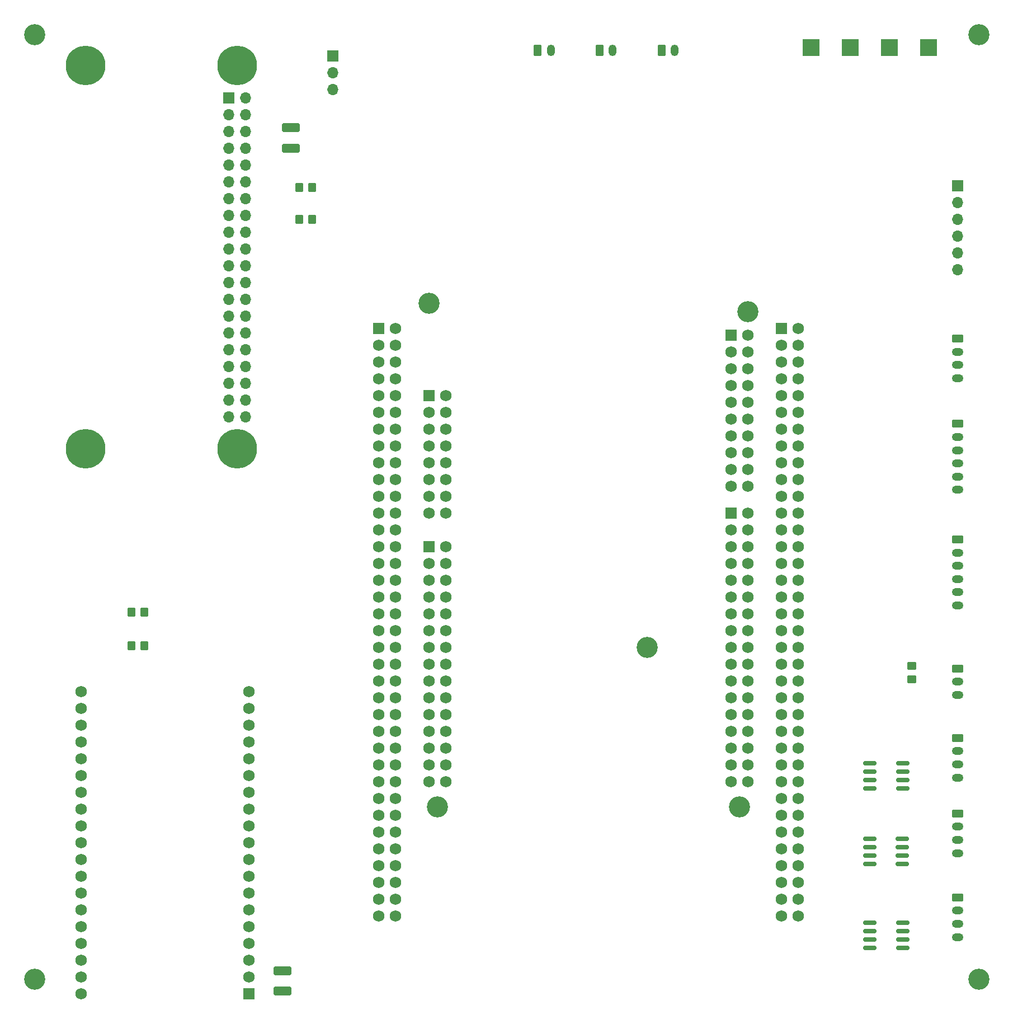
<source format=gts>
G04 #@! TF.GenerationSoftware,KiCad,Pcbnew,7.0.10*
G04 #@! TF.CreationDate,2024-03-01T12:45:03+01:00*
G04 #@! TF.ProjectId,zapdos,7a617064-6f73-42e6-9b69-6361645f7063,rev?*
G04 #@! TF.SameCoordinates,Original*
G04 #@! TF.FileFunction,Soldermask,Top*
G04 #@! TF.FilePolarity,Negative*
%FSLAX46Y46*%
G04 Gerber Fmt 4.6, Leading zero omitted, Abs format (unit mm)*
G04 Created by KiCad (PCBNEW 7.0.10) date 2024-03-01 12:45:03*
%MOMM*%
%LPD*%
G01*
G04 APERTURE LIST*
G04 Aperture macros list*
%AMRoundRect*
0 Rectangle with rounded corners*
0 $1 Rounding radius*
0 $2 $3 $4 $5 $6 $7 $8 $9 X,Y pos of 4 corners*
0 Add a 4 corners polygon primitive as box body*
4,1,4,$2,$3,$4,$5,$6,$7,$8,$9,$2,$3,0*
0 Add four circle primitives for the rounded corners*
1,1,$1+$1,$2,$3*
1,1,$1+$1,$4,$5*
1,1,$1+$1,$6,$7*
1,1,$1+$1,$8,$9*
0 Add four rect primitives between the rounded corners*
20,1,$1+$1,$2,$3,$4,$5,0*
20,1,$1+$1,$4,$5,$6,$7,0*
20,1,$1+$1,$6,$7,$8,$9,0*
20,1,$1+$1,$8,$9,$2,$3,0*%
G04 Aperture macros list end*
%ADD10RoundRect,0.250000X-0.625000X0.350000X-0.625000X-0.350000X0.625000X-0.350000X0.625000X0.350000X0*%
%ADD11O,1.750000X1.200000*%
%ADD12RoundRect,0.102000X0.765000X0.765000X-0.765000X0.765000X-0.765000X-0.765000X0.765000X-0.765000X0*%
%ADD13C,1.734000*%
%ADD14RoundRect,0.250000X-1.100000X0.412500X-1.100000X-0.412500X1.100000X-0.412500X1.100000X0.412500X0*%
%ADD15RoundRect,0.250000X1.100000X-0.412500X1.100000X0.412500X-1.100000X0.412500X-1.100000X-0.412500X0*%
%ADD16RoundRect,0.150000X-0.825000X-0.150000X0.825000X-0.150000X0.825000X0.150000X-0.825000X0.150000X0*%
%ADD17C,3.200000*%
%ADD18R,1.700000X1.700000*%
%ADD19O,1.700000X1.700000*%
%ADD20R,2.500000X2.500000*%
%ADD21RoundRect,0.250000X-0.350000X-0.625000X0.350000X-0.625000X0.350000X0.625000X-0.350000X0.625000X0*%
%ADD22O,1.200000X1.750000*%
%ADD23RoundRect,0.250000X0.350000X0.450000X-0.350000X0.450000X-0.350000X-0.450000X0.350000X-0.450000X0*%
%ADD24RoundRect,0.250000X-0.450000X0.350000X-0.450000X-0.350000X0.450000X-0.350000X0.450000X0.350000X0*%
%ADD25C,6.000000*%
%ADD26RoundRect,0.102000X-0.765000X-0.765000X0.765000X-0.765000X0.765000X0.765000X-0.765000X0.765000X0*%
G04 APERTURE END LIST*
D10*
X174000000Y-72000000D03*
D11*
X174000000Y-74000000D03*
X174000000Y-76000000D03*
X174000000Y-78000000D03*
D12*
X66675000Y-171165000D03*
D13*
X66675000Y-168625000D03*
X66675000Y-166085000D03*
X66675000Y-163545000D03*
X66675000Y-161005000D03*
X66675000Y-158465000D03*
X66675000Y-155925000D03*
X66675000Y-153385000D03*
X66675000Y-150845000D03*
X66675000Y-148305000D03*
X66675000Y-145765000D03*
X66675000Y-143225000D03*
X66675000Y-140685000D03*
X66675000Y-138145000D03*
X66675000Y-135605000D03*
X66675000Y-133065000D03*
X66675000Y-130525000D03*
X66675000Y-127985000D03*
X66675000Y-125445000D03*
X41275000Y-125445000D03*
X41275000Y-127985000D03*
X41275000Y-130525000D03*
X41275000Y-133065000D03*
X41275000Y-135605000D03*
X41275000Y-138145000D03*
X41275000Y-140685000D03*
X41275000Y-143225000D03*
X41275000Y-145765000D03*
X41275000Y-148305000D03*
X41275000Y-150845000D03*
X41275000Y-153385000D03*
X41275000Y-155925000D03*
X41275000Y-158465000D03*
X41275000Y-161005000D03*
X41275000Y-163545000D03*
X41275000Y-166085000D03*
X41275000Y-168625000D03*
X41275000Y-171165000D03*
D14*
X73025000Y-40055000D03*
X73025000Y-43180000D03*
D15*
X71755000Y-170765000D03*
X71755000Y-167640000D03*
D16*
X160655000Y-147670000D03*
X160655000Y-148940000D03*
X160655000Y-150210000D03*
X160655000Y-151480000D03*
X165605000Y-151480000D03*
X165605000Y-150210000D03*
X165605000Y-148940000D03*
X165605000Y-147670000D03*
D17*
X34290000Y-168910000D03*
D18*
X79375000Y-29210000D03*
D19*
X79375000Y-31750000D03*
X79375000Y-34290000D03*
D10*
X173990000Y-156560000D03*
D11*
X173990000Y-158560000D03*
X173990000Y-160560000D03*
X173990000Y-162560000D03*
D20*
X163618332Y-27940000D03*
D18*
X173990000Y-48895000D03*
D19*
X173990000Y-51435000D03*
X173990000Y-53975000D03*
X173990000Y-56515000D03*
X173990000Y-59055000D03*
X173990000Y-61595000D03*
D10*
X173990000Y-132430000D03*
D11*
X173990000Y-134430000D03*
X173990000Y-136430000D03*
X173990000Y-138430000D03*
D21*
X129175000Y-28390000D03*
D22*
X131175000Y-28390000D03*
D10*
X173990000Y-121920000D03*
D11*
X173990000Y-123920000D03*
X173990000Y-125920000D03*
D10*
X173990000Y-84900000D03*
D11*
X173990000Y-86900000D03*
X173990000Y-88900000D03*
X173990000Y-90900000D03*
X173990000Y-92900000D03*
X173990000Y-94900000D03*
D16*
X160720000Y-136240000D03*
X160720000Y-137510000D03*
X160720000Y-138780000D03*
X160720000Y-140050000D03*
X165670000Y-140050000D03*
X165670000Y-138780000D03*
X165670000Y-137510000D03*
X165670000Y-136240000D03*
D17*
X177165000Y-168910000D03*
D23*
X76295000Y-53975000D03*
X74295000Y-53975000D03*
D20*
X169545000Y-27940000D03*
D23*
X50895000Y-113380000D03*
X48895000Y-113380000D03*
D10*
X173990000Y-102395000D03*
D11*
X173990000Y-104395000D03*
X173990000Y-106395000D03*
X173990000Y-108395000D03*
X173990000Y-110395000D03*
X173990000Y-112395000D03*
D21*
X119785000Y-28390000D03*
D22*
X121785000Y-28390000D03*
D23*
X50895000Y-118460000D03*
X48895000Y-118460000D03*
D17*
X177165000Y-26035000D03*
D24*
X167005000Y-121555000D03*
X167005000Y-123555000D03*
D20*
X151765000Y-27940000D03*
D16*
X160720000Y-160370000D03*
X160720000Y-161640000D03*
X160720000Y-162910000D03*
X160720000Y-164180000D03*
X165670000Y-164180000D03*
X165670000Y-162910000D03*
X165670000Y-161640000D03*
X165670000Y-160370000D03*
D17*
X34290000Y-26035000D03*
D23*
X76295000Y-49120000D03*
X74295000Y-49120000D03*
D21*
X110395000Y-28390000D03*
D22*
X112395000Y-28390000D03*
D20*
X157691666Y-27940000D03*
D25*
X41970000Y-30690000D03*
X41970000Y-88690000D03*
X64970000Y-30690000D03*
X64970000Y-88690000D03*
D18*
X63700000Y-35560000D03*
D19*
X66240000Y-35560000D03*
X63700000Y-38100000D03*
X66240000Y-38100000D03*
X63700000Y-40640000D03*
X66240000Y-40640000D03*
X63700000Y-43180000D03*
X66240000Y-43180000D03*
X63700000Y-45720000D03*
X66240000Y-45720000D03*
X63700000Y-48260000D03*
X66240000Y-48260000D03*
X63700000Y-50800000D03*
X66240000Y-50800000D03*
X63700000Y-53340000D03*
X66240000Y-53340000D03*
X63700000Y-55880000D03*
X66240000Y-55880000D03*
X63700000Y-58420000D03*
X66240000Y-58420000D03*
X63700000Y-60960000D03*
X66240000Y-60960000D03*
X63700000Y-63500000D03*
X66240000Y-63500000D03*
X63700000Y-66040000D03*
X66240000Y-66040000D03*
X63700000Y-68580000D03*
X66240000Y-68580000D03*
X63700000Y-71120000D03*
X66240000Y-71120000D03*
X63700000Y-73660000D03*
X66240000Y-73660000D03*
X63700000Y-76200000D03*
X66240000Y-76200000D03*
X63700000Y-78740000D03*
X66240000Y-78740000D03*
X63700000Y-81280000D03*
X66240000Y-81280000D03*
X63700000Y-83820000D03*
X66240000Y-83820000D03*
D17*
X93980000Y-66675000D03*
X95250000Y-142875000D03*
X127000000Y-118745000D03*
X140970000Y-142875000D03*
X142240000Y-67945000D03*
D26*
X139700000Y-71501000D03*
D13*
X142240000Y-71501000D03*
X139700000Y-74041000D03*
X142240000Y-74041000D03*
X139700000Y-76581000D03*
X142240000Y-76581000D03*
X139700000Y-79121000D03*
X142240000Y-79121000D03*
X139700000Y-81661000D03*
X142240000Y-81661000D03*
X139700000Y-84201000D03*
X142240000Y-84201000D03*
X139700000Y-86741000D03*
X142240000Y-86741000D03*
X139700000Y-89281000D03*
X142240000Y-89281000D03*
X139700000Y-91821000D03*
X142240000Y-91821000D03*
X139700000Y-94361000D03*
X142240000Y-94361000D03*
D26*
X93980000Y-80645000D03*
D13*
X96520000Y-80645000D03*
X93980000Y-83185000D03*
X96520000Y-83185000D03*
X93980000Y-85725000D03*
X96520000Y-85725000D03*
X93980000Y-88265000D03*
X96520000Y-88265000D03*
X93980000Y-90805000D03*
X96520000Y-90805000D03*
X93980000Y-93345000D03*
X96520000Y-93345000D03*
X93980000Y-95885000D03*
X96520000Y-95885000D03*
X93980000Y-98425000D03*
X96520000Y-98425000D03*
D26*
X93980000Y-103505000D03*
D13*
X96520000Y-103505000D03*
X93980000Y-106045000D03*
X96520000Y-106045000D03*
X93980000Y-108585000D03*
X96520000Y-108585000D03*
X93980000Y-111125000D03*
X96520000Y-111125000D03*
X93980000Y-113665000D03*
X96520000Y-113665000D03*
X93980000Y-116205000D03*
X96520000Y-116205000D03*
X93980000Y-118745000D03*
X96520000Y-118745000D03*
X93980000Y-121285000D03*
X96520000Y-121285000D03*
X93980000Y-123825000D03*
X96520000Y-123825000D03*
X93980000Y-126365000D03*
X96520000Y-126365000D03*
X93980000Y-128905000D03*
X96520000Y-128905000D03*
X93980000Y-131445000D03*
X96520000Y-131445000D03*
X93980000Y-133985000D03*
X96520000Y-133985000D03*
X93980000Y-136525000D03*
X96520000Y-136525000D03*
X93980000Y-139065000D03*
X96520000Y-139065000D03*
D26*
X139700000Y-98425000D03*
D13*
X142240000Y-98425000D03*
X139700000Y-100965000D03*
X142240000Y-100965000D03*
X139700000Y-103505000D03*
X142240000Y-103505000D03*
X139700000Y-106045000D03*
X142240000Y-106045000D03*
X139700000Y-108585000D03*
X142240000Y-108585000D03*
X139700000Y-111125000D03*
X142240000Y-111125000D03*
X139700000Y-113665000D03*
X142240000Y-113665000D03*
X139700000Y-116205000D03*
X142240000Y-116205000D03*
X139700000Y-118745000D03*
X142240000Y-118745000D03*
X139700000Y-121285000D03*
X142240000Y-121285000D03*
X139700000Y-123825000D03*
X142240000Y-123825000D03*
X139700000Y-126365000D03*
X142240000Y-126365000D03*
X139700000Y-128905000D03*
X142240000Y-128905000D03*
X139700000Y-131445000D03*
X142240000Y-131445000D03*
X139700000Y-133985000D03*
X142240000Y-133985000D03*
X139700000Y-136525000D03*
X142240000Y-136525000D03*
X139700000Y-139065000D03*
X142240000Y-139065000D03*
D26*
X86360000Y-70485000D03*
D13*
X88900000Y-70485000D03*
X86360000Y-73025000D03*
X88900000Y-73025000D03*
X86360000Y-75565000D03*
X88900000Y-75565000D03*
X86360000Y-78105000D03*
X88900000Y-78105000D03*
X86360000Y-80645000D03*
X88900000Y-80645000D03*
X86360000Y-83185000D03*
X88900000Y-83185000D03*
X86360000Y-85725000D03*
X88900000Y-85725000D03*
X86360000Y-88265000D03*
X88900000Y-88265000D03*
X86360000Y-90805000D03*
X88900000Y-90805000D03*
X86360000Y-93345000D03*
X88900000Y-93345000D03*
X86360000Y-95885000D03*
X88900000Y-95885000D03*
X86360000Y-98425000D03*
X88900000Y-98425000D03*
X86360000Y-100965000D03*
X88900000Y-100965000D03*
X86360000Y-103505000D03*
X88900000Y-103505000D03*
X86360000Y-106045000D03*
X88900000Y-106045000D03*
X86360000Y-108585000D03*
X88900000Y-108585000D03*
X86360000Y-111125000D03*
X88900000Y-111125000D03*
X86360000Y-113665000D03*
X88900000Y-113665000D03*
X86360000Y-116205000D03*
X88900000Y-116205000D03*
X86360000Y-118745000D03*
X88900000Y-118745000D03*
X86360000Y-121285000D03*
X88900000Y-121285000D03*
X86360000Y-123825000D03*
X88900000Y-123825000D03*
X86360000Y-126365000D03*
X88900000Y-126365000D03*
X86360000Y-128905000D03*
X88900000Y-128905000D03*
X86360000Y-131445000D03*
X88900000Y-131445000D03*
X86360000Y-133985000D03*
X88900000Y-133985000D03*
X86360000Y-136525000D03*
X88900000Y-136525000D03*
X86360000Y-139065000D03*
X88900000Y-139065000D03*
X86360000Y-141605000D03*
X88900000Y-141605000D03*
X86360000Y-144145000D03*
X88900000Y-144145000D03*
X86360000Y-146685000D03*
X88900000Y-146685000D03*
X86360000Y-149225000D03*
X88900000Y-149225000D03*
X86360000Y-151765000D03*
X88900000Y-151765000D03*
X86360000Y-154305000D03*
X88900000Y-154305000D03*
X86360000Y-156845000D03*
X88900000Y-156845000D03*
X86360000Y-159385000D03*
X88900000Y-159385000D03*
D26*
X147320000Y-70505000D03*
D13*
X149860000Y-70505000D03*
X147320000Y-73045000D03*
X149860000Y-73045000D03*
X147320000Y-75585000D03*
X149860000Y-75585000D03*
X147320000Y-78125000D03*
X149860000Y-78125000D03*
X147320000Y-80665000D03*
X149860000Y-80665000D03*
X147320000Y-83205000D03*
X149860000Y-83205000D03*
X147320000Y-85745000D03*
X149860000Y-85745000D03*
X147320000Y-88285000D03*
X149860000Y-88285000D03*
X147320000Y-90825000D03*
X149860000Y-90825000D03*
X147320000Y-93365000D03*
X149860000Y-93365000D03*
X147320000Y-95905000D03*
X149860000Y-95905000D03*
X147320000Y-98445000D03*
X149860000Y-98445000D03*
X147320000Y-100985000D03*
X149860000Y-100985000D03*
X147320000Y-103525000D03*
X149860000Y-103525000D03*
X147320000Y-106065000D03*
X149860000Y-106065000D03*
X147320000Y-108605000D03*
X149860000Y-108605000D03*
X147320000Y-111145000D03*
X149860000Y-111145000D03*
X147320000Y-113685000D03*
X149860000Y-113685000D03*
X147320000Y-116225000D03*
X149860000Y-116225000D03*
X147320000Y-118765000D03*
X149860000Y-118765000D03*
X147320000Y-121305000D03*
X149860000Y-121305000D03*
X147320000Y-123845000D03*
X149860000Y-123845000D03*
X147320000Y-126385000D03*
X149860000Y-126385000D03*
X147320000Y-128925000D03*
X149860000Y-128925000D03*
X147320000Y-131465000D03*
X149860000Y-131465000D03*
X147320000Y-134005000D03*
X149860000Y-134005000D03*
X147320000Y-136545000D03*
X149860000Y-136545000D03*
X147320000Y-139085000D03*
X149860000Y-139085000D03*
X147320000Y-141625000D03*
X149860000Y-141625000D03*
X147320000Y-144165000D03*
X149860000Y-144165000D03*
X147320000Y-146705000D03*
X149860000Y-146705000D03*
X147320000Y-149245000D03*
X149860000Y-149245000D03*
X147320000Y-151785000D03*
X149860000Y-151785000D03*
X147320000Y-154325000D03*
X149860000Y-154325000D03*
X147320000Y-156865000D03*
X149860000Y-156865000D03*
X147320000Y-159405000D03*
X149860000Y-159405000D03*
D10*
X173990000Y-143860000D03*
D11*
X173990000Y-145860000D03*
X173990000Y-147860000D03*
X173990000Y-149860000D03*
M02*

</source>
